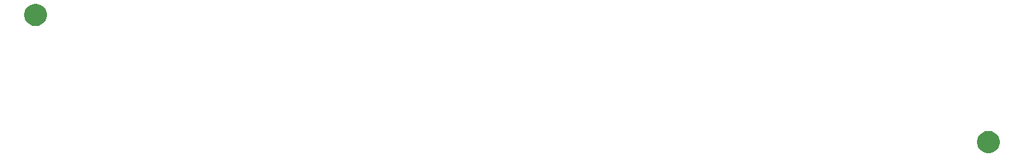
<source format=gbr>
%TF.GenerationSoftware,Altium Limited,Altium Designer,18.1.7 (191)*%
G04 Layer_Color=16711935*
%FSLAX25Y25*%
%MOIN*%
%TF.FileFunction,Keep-out,Top*%
%TF.Part,Single*%
G01*
G75*
G36*
X41093Y182844D02*
X42167Y182399D01*
X43135Y181753D01*
X43957Y180930D01*
X44603Y179963D01*
X45049Y178888D01*
X45276Y177747D01*
Y177747D01*
D01*
Y177165D01*
Y176584D01*
X45049Y175443D01*
X44603Y174368D01*
X43957Y173401D01*
X43135Y172578D01*
X42167Y171932D01*
X41093Y171487D01*
X39952Y171260D01*
X38788D01*
X37648Y171487D01*
X36573Y171932D01*
X35605Y172578D01*
X34783Y173401D01*
X34137Y174368D01*
X33691Y175443D01*
X33465Y176584D01*
Y176584D01*
Y177165D01*
Y177747D01*
D01*
Y177747D01*
X33691Y178888D01*
X34137Y179963D01*
X34783Y180930D01*
X35605Y181753D01*
X36573Y182399D01*
X37648Y182844D01*
X38788Y183071D01*
X39952D01*
X41093Y182844D01*
D02*
G37*
G36*
X541093Y115915D02*
X542167Y115470D01*
X543135Y114823D01*
X543957Y114001D01*
X544603Y113033D01*
X545049Y111959D01*
X545276Y110818D01*
Y110818D01*
D01*
Y110236D01*
Y109655D01*
X545049Y108514D01*
X544603Y107439D01*
X543957Y106472D01*
X543135Y105649D01*
X542167Y105003D01*
X541093Y104558D01*
X539952Y104331D01*
X538788D01*
X537647Y104558D01*
X536573Y105003D01*
X535605Y105649D01*
X534783Y106472D01*
X534137Y107439D01*
X533692Y108514D01*
X533465Y109655D01*
Y109655D01*
Y110236D01*
Y110818D01*
D01*
Y110818D01*
X533692Y111959D01*
X534137Y113033D01*
X534783Y114001D01*
X535605Y114823D01*
X536573Y115470D01*
X537647Y115915D01*
X538788Y116142D01*
X539952D01*
X541093Y115915D01*
D02*
G37*
%TF.MD5,6787e9b477a1eb76232afc0d1e8936b8*%
M02*

</source>
